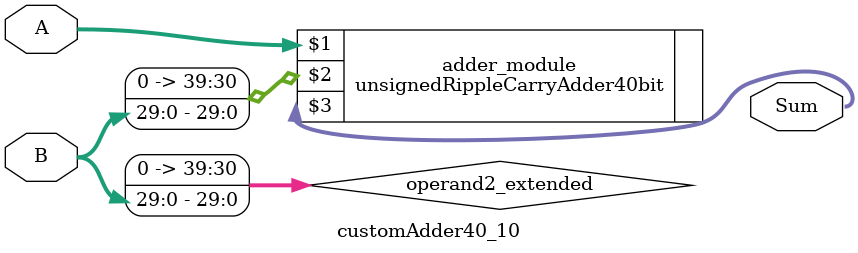
<source format=v>
module customAdder40_10(
                        input [39 : 0] A,
                        input [29 : 0] B,
                        
                        output [40 : 0] Sum
                );

        wire [39 : 0] operand2_extended;
        
        assign operand2_extended =  {10'b0, B};
        
        unsignedRippleCarryAdder40bit adder_module(
            A,
            operand2_extended,
            Sum
        );
        
        endmodule
        
</source>
